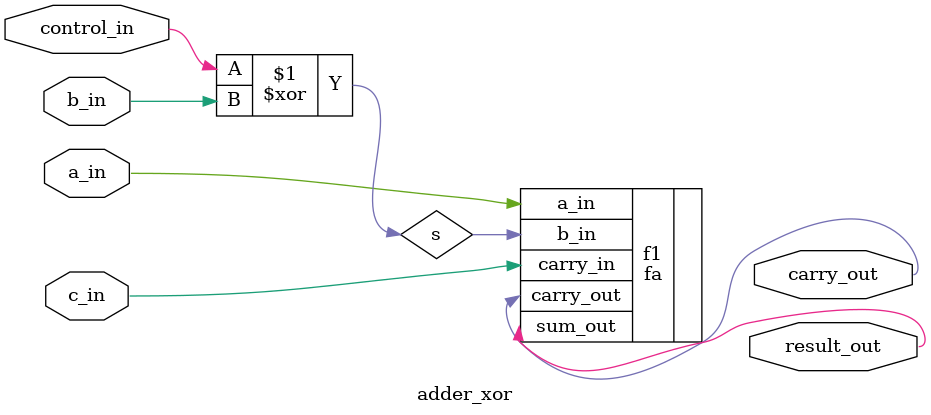
<source format=v>
`timescale 1ns / 1ps


module adder_xor(input c_in, 
                 input a_in,
                 input control_in,
                 input b_in,
                 output result_out,
                 output carry_out);
                 
                 wire s;
                 assign s=control_in ^ b_in ;
                 fa f1( .a_in(a_in),
           .b_in(s),
          .carry_in(c_in),
          .sum_out(result_out),
          .carry_out(carry_out)
          );
          
endmodule

</source>
